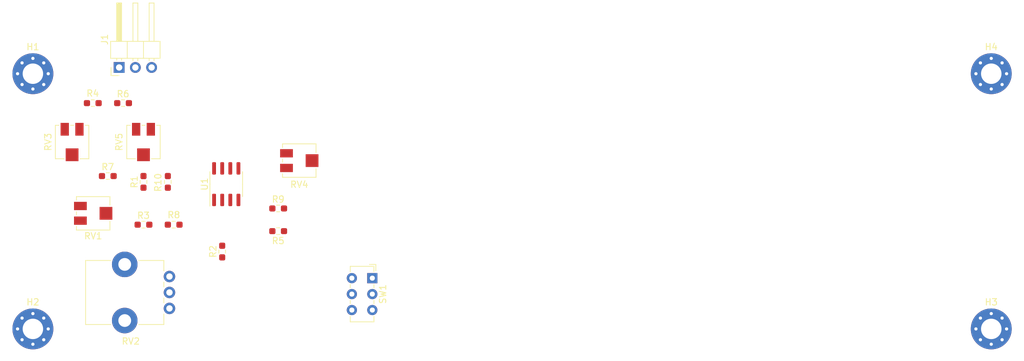
<source format=kicad_pcb>
(kicad_pcb (version 20171130) (host pcbnew 5.1.9)

  (general
    (thickness 1.6)
    (drawings 0)
    (tracks 0)
    (zones 0)
    (modules 22)
    (nets 14)
  )

  (page A4)
  (layers
    (0 F.Cu signal)
    (31 B.Cu signal)
    (32 B.Adhes user)
    (33 F.Adhes user)
    (34 B.Paste user)
    (35 F.Paste user)
    (36 B.SilkS user)
    (37 F.SilkS user)
    (38 B.Mask user)
    (39 F.Mask user)
    (40 Dwgs.User user)
    (41 Cmts.User user)
    (42 Eco1.User user)
    (43 Eco2.User user)
    (44 Edge.Cuts user)
    (45 Margin user)
    (46 B.CrtYd user)
    (47 F.CrtYd user)
    (48 B.Fab user)
    (49 F.Fab user)
  )

  (setup
    (last_trace_width 0.25)
    (trace_clearance 0.2)
    (zone_clearance 0.254)
    (zone_45_only yes)
    (trace_min 0.2)
    (via_size 0.8)
    (via_drill 0.4)
    (via_min_size 0.4)
    (via_min_drill 0.3)
    (uvia_size 0.3)
    (uvia_drill 0.1)
    (uvias_allowed no)
    (uvia_min_size 0.2)
    (uvia_min_drill 0.1)
    (edge_width 0.05)
    (segment_width 0.2)
    (pcb_text_width 0.3)
    (pcb_text_size 1.5 1.5)
    (mod_edge_width 0.12)
    (mod_text_size 1 1)
    (mod_text_width 0.15)
    (pad_size 1.524 1.524)
    (pad_drill 0.762)
    (pad_to_mask_clearance 0)
    (aux_axis_origin 0 0)
    (visible_elements FFFFFF7F)
    (pcbplotparams
      (layerselection 0x010fc_ffffffff)
      (usegerberextensions false)
      (usegerberattributes true)
      (usegerberadvancedattributes true)
      (creategerberjobfile true)
      (excludeedgelayer true)
      (linewidth 0.100000)
      (plotframeref false)
      (viasonmask false)
      (mode 1)
      (useauxorigin false)
      (hpglpennumber 1)
      (hpglpenspeed 20)
      (hpglpendiameter 15.000000)
      (psnegative false)
      (psa4output false)
      (plotreference true)
      (plotvalue true)
      (plotinvisibletext false)
      (padsonsilk false)
      (subtractmaskfromsilk false)
      (outputformat 1)
      (mirror false)
      (drillshape 1)
      (scaleselection 1)
      (outputdirectory ""))
  )

  (net 0 "")
  (net 1 -15V)
  (net 2 GND)
  (net 3 +15V)
  (net 4 /DC_OFFSET)
  (net 5 "Net-(R1-Pad1)")
  (net 6 "Net-(R3-Pad1)")
  (net 7 "Net-(R4-Pad2)")
  (net 8 "Net-(R5-Pad1)")
  (net 9 "Net-(R7-Pad1)")
  (net 10 "Net-(R8-Pad1)")
  (net 11 "Net-(R9-Pad2)")
  (net 12 "Net-(R10-Pad2)")
  (net 13 "Net-(R2-Pad1)")

  (net_class Default "This is the default net class."
    (clearance 0.2)
    (trace_width 0.25)
    (via_dia 0.8)
    (via_drill 0.4)
    (uvia_dia 0.3)
    (uvia_drill 0.1)
    (add_net /DC_OFFSET)
    (add_net GND)
    (add_net "Net-(R1-Pad1)")
    (add_net "Net-(R10-Pad2)")
    (add_net "Net-(R2-Pad1)")
    (add_net "Net-(R3-Pad1)")
    (add_net "Net-(R4-Pad2)")
    (add_net "Net-(R5-Pad1)")
    (add_net "Net-(R7-Pad1)")
    (add_net "Net-(R8-Pad1)")
    (add_net "Net-(R9-Pad2)")
  )

  (net_class PWR ""
    (clearance 0.381)
    (trace_width 0.508)
    (via_dia 0.762)
    (via_drill 0.508)
    (uvia_dia 0.508)
    (uvia_drill 0.254)
    (add_net +15V)
    (add_net -15V)
  )

  (module Package_SO:SOIC-8_3.9x4.9mm_P1.27mm (layer F.Cu) (tedit 5D9F72B1) (tstamp 60756735)
    (at 80.264 67.31 90)
    (descr "SOIC, 8 Pin (JEDEC MS-012AA, https://www.analog.com/media/en/package-pcb-resources/package/pkg_pdf/soic_narrow-r/r_8.pdf), generated with kicad-footprint-generator ipc_gullwing_generator.py")
    (tags "SOIC SO")
    (path /60780E9C)
    (attr smd)
    (fp_text reference U1 (at 0 -3.4 90) (layer F.SilkS)
      (effects (font (size 1 1) (thickness 0.15)))
    )
    (fp_text value TL081 (at 0 3.4 90) (layer F.Fab)
      (effects (font (size 1 1) (thickness 0.15)))
    )
    (fp_line (start 3.7 -2.7) (end -3.7 -2.7) (layer F.CrtYd) (width 0.05))
    (fp_line (start 3.7 2.7) (end 3.7 -2.7) (layer F.CrtYd) (width 0.05))
    (fp_line (start -3.7 2.7) (end 3.7 2.7) (layer F.CrtYd) (width 0.05))
    (fp_line (start -3.7 -2.7) (end -3.7 2.7) (layer F.CrtYd) (width 0.05))
    (fp_line (start -1.95 -1.475) (end -0.975 -2.45) (layer F.Fab) (width 0.1))
    (fp_line (start -1.95 2.45) (end -1.95 -1.475) (layer F.Fab) (width 0.1))
    (fp_line (start 1.95 2.45) (end -1.95 2.45) (layer F.Fab) (width 0.1))
    (fp_line (start 1.95 -2.45) (end 1.95 2.45) (layer F.Fab) (width 0.1))
    (fp_line (start -0.975 -2.45) (end 1.95 -2.45) (layer F.Fab) (width 0.1))
    (fp_line (start 0 -2.56) (end -3.45 -2.56) (layer F.SilkS) (width 0.12))
    (fp_line (start 0 -2.56) (end 1.95 -2.56) (layer F.SilkS) (width 0.12))
    (fp_line (start 0 2.56) (end -1.95 2.56) (layer F.SilkS) (width 0.12))
    (fp_line (start 0 2.56) (end 1.95 2.56) (layer F.SilkS) (width 0.12))
    (fp_text user %R (at 0 0 90) (layer F.Fab)
      (effects (font (size 0.98 0.98) (thickness 0.15)))
    )
    (pad 8 smd roundrect (at 2.475 -1.905 90) (size 1.95 0.6) (layers F.Cu F.Paste F.Mask) (roundrect_rratio 0.25))
    (pad 7 smd roundrect (at 2.475 -0.635 90) (size 1.95 0.6) (layers F.Cu F.Paste F.Mask) (roundrect_rratio 0.25)
      (net 3 +15V))
    (pad 6 smd roundrect (at 2.475 0.635 90) (size 1.95 0.6) (layers F.Cu F.Paste F.Mask) (roundrect_rratio 0.25)
      (net 10 "Net-(R8-Pad1)"))
    (pad 5 smd roundrect (at 2.475 1.905 90) (size 1.95 0.6) (layers F.Cu F.Paste F.Mask) (roundrect_rratio 0.25))
    (pad 4 smd roundrect (at -2.475 1.905 90) (size 1.95 0.6) (layers F.Cu F.Paste F.Mask) (roundrect_rratio 0.25)
      (net 1 -15V))
    (pad 3 smd roundrect (at -2.475 0.635 90) (size 1.95 0.6) (layers F.Cu F.Paste F.Mask) (roundrect_rratio 0.25)
      (net 8 "Net-(R5-Pad1)"))
    (pad 2 smd roundrect (at -2.475 -0.635 90) (size 1.95 0.6) (layers F.Cu F.Paste F.Mask) (roundrect_rratio 0.25)
      (net 4 /DC_OFFSET))
    (pad 1 smd roundrect (at -2.475 -1.905 90) (size 1.95 0.6) (layers F.Cu F.Paste F.Mask) (roundrect_rratio 0.25))
    (model ${KISYS3DMOD}/Package_SO.3dshapes/SOIC-8_3.9x4.9mm_P1.27mm.wrl
      (at (xyz 0 0 0))
      (scale (xyz 1 1 1))
      (rotate (xyz 0 0 0))
    )
  )

  (module Button_Switch_THT:SW_E-Switch_EG1271_DPDT (layer F.Cu) (tedit 5BB336EF) (tstamp 6075B8FE)
    (at 103.124 82.042 270)
    (descr "E-Switch sub miniature slide switch, EG series, DPDT, http://spec_sheets.e-switch.com/specs/P040047.pdf")
    (tags "switch DPDT")
    (path /6078B540)
    (fp_text reference SW1 (at 2.5 -1.65 90) (layer F.SilkS)
      (effects (font (size 1 1) (thickness 0.15)))
    )
    (fp_text value SW_SPDT (at 2.5 5 90) (layer F.Fab)
      (effects (font (size 1 1) (thickness 0.15)))
    )
    (fp_line (start -2 4.25) (end -2 -1.05) (layer F.CrtYd) (width 0.05))
    (fp_line (start 7 4.25) (end -2 4.25) (layer F.CrtYd) (width 0.05))
    (fp_line (start 7 -1.05) (end 7 4.25) (layer F.CrtYd) (width 0.05))
    (fp_line (start -2 -1.05) (end 7 -1.05) (layer F.CrtYd) (width 0.05))
    (fp_line (start -2.15 -0.55) (end -1.15 -0.55) (layer F.SilkS) (width 0.12))
    (fp_line (start -2.15 0.45) (end -2.15 -0.55) (layer F.SilkS) (width 0.12))
    (fp_line (start -1.85 3.45) (end -1.85 -0.25) (layer F.SilkS) (width 0.12))
    (fp_line (start -0.97 3.45) (end -1.85 3.45) (layer F.SilkS) (width 0.12))
    (fp_line (start 1.53 3.45) (end 0.97 3.45) (layer F.SilkS) (width 0.12))
    (fp_line (start 4.02 3.45) (end 3.47 3.45) (layer F.SilkS) (width 0.12))
    (fp_line (start 6.85 3.45) (end 5.98 3.45) (layer F.SilkS) (width 0.12))
    (fp_line (start 6.85 -0.25) (end 6.85 3.45) (layer F.SilkS) (width 0.12))
    (fp_line (start 5.97 -0.25) (end 6.85 -0.25) (layer F.SilkS) (width 0.12))
    (fp_line (start 3.47 -0.25) (end 4.03 -0.25) (layer F.SilkS) (width 0.12))
    (fp_line (start 1 -0.25) (end 1.53 -0.25) (layer F.SilkS) (width 0.12))
    (fp_line (start -1.85 -0.25) (end -1 -0.25) (layer F.SilkS) (width 0.12))
    (fp_line (start -1.75 -0.15) (end -1.75 3.35) (layer F.Fab) (width 0.1))
    (fp_line (start 6.75 3.35) (end -1.75 3.35) (layer F.Fab) (width 0.1))
    (fp_line (start 6.75 -0.15) (end 6.75 3.35) (layer F.Fab) (width 0.1))
    (fp_line (start -1.75 -0.15) (end 6.75 -0.15) (layer F.Fab) (width 0.1))
    (fp_line (start 2.15 0.6) (end 2.15 2.6) (layer F.Fab) (width 0.1))
    (fp_line (start 1.8 0.6) (end 1.8 2.6) (layer F.Fab) (width 0.1))
    (fp_line (start 1.45 0.6) (end 1.45 2.6) (layer F.Fab) (width 0.1))
    (fp_line (start 1.1 0.6) (end 1.1 2.6) (layer F.Fab) (width 0.1))
    (fp_line (start 0.75 0.6) (end 0.75 2.6) (layer F.Fab) (width 0.1))
    (fp_line (start 2.5 0.6) (end 2.5 2.6) (layer F.Fab) (width 0.1))
    (fp_line (start 0.4 0.6) (end 0.4 2.6) (layer F.Fab) (width 0.1))
    (fp_line (start 4.6 2.6) (end 0.4 2.6) (layer F.Fab) (width 0.1))
    (fp_line (start 4.6 0.6) (end 4.6 2.6) (layer F.Fab) (width 0.1))
    (fp_line (start 0.4 0.6) (end 4.6 0.6) (layer F.Fab) (width 0.1))
    (fp_text user %R (at 2.5 -1.65 90) (layer F.Fab)
      (effects (font (size 1 1) (thickness 0.15)))
    )
    (pad 6 thru_hole circle (at 5 3.2 270) (size 1.6 1.6) (drill 0.8) (layers *.Cu *.Mask))
    (pad 5 thru_hole circle (at 2.5 3.2 270) (size 1.6 1.6) (drill 0.8) (layers *.Cu *.Mask))
    (pad 4 thru_hole circle (at 0 3.2 270) (size 1.6 1.6) (drill 0.8) (layers *.Cu *.Mask))
    (pad 3 thru_hole circle (at 5 0 270) (size 1.6 1.6) (drill 0.8) (layers *.Cu *.Mask))
    (pad 2 thru_hole circle (at 2.5 0 270) (size 1.6 1.6) (drill 0.8) (layers *.Cu *.Mask)
      (net 13 "Net-(R2-Pad1)"))
    (pad 1 thru_hole rect (at 0 0 270) (size 1.6 1.6) (drill 0.8) (layers *.Cu *.Mask))
    (model ${KISYS3DMOD}/Button_Switch_THT.3dshapes/SW_E-Switch_EG1271_DPDT.wrl
      (at (xyz 0 0 0))
      (scale (xyz 1 1 1))
      (rotate (xyz 0 0 0))
    )
  )

  (module Potentiometer_SMD:Potentiometer_Vishay_TS53YJ_Vertical (layer F.Cu) (tedit 5A3D7171) (tstamp 607575F8)
    (at 67.31 60.706 90)
    (descr "Potentiometer, vertical, Vishay TS53YJ, https://www.vishay.com/docs/51008/ts53.pdf")
    (tags "Potentiometer vertical Vishay TS53YJ")
    (path /6075C8F6)
    (attr smd)
    (fp_text reference RV5 (at 0 -3.81 90) (layer F.SilkS)
      (effects (font (size 1 1) (thickness 0.15)))
    )
    (fp_text value 100k (at 0 3.75 90) (layer F.Fab)
      (effects (font (size 1 1) (thickness 0.15)))
    )
    (fp_circle (center 0 0) (end 1.15 0) (layer F.Fab) (width 0.1))
    (fp_line (start -2.5 -2.5) (end -2.5 2.5) (layer F.Fab) (width 0.1))
    (fp_line (start -2.5 2.5) (end 2.5 2.5) (layer F.Fab) (width 0.1))
    (fp_line (start 2.5 2.5) (end 2.5 -2.5) (layer F.Fab) (width 0.1))
    (fp_line (start 2.5 -2.5) (end -2.5 -2.5) (layer F.Fab) (width 0.1))
    (fp_line (start -0.92 -0.058) (end -0.058 -0.058) (layer F.Fab) (width 0.1))
    (fp_line (start -0.058 -0.058) (end -0.058 -0.92) (layer F.Fab) (width 0.1))
    (fp_line (start -0.058 -0.92) (end 0.058 -0.92) (layer F.Fab) (width 0.1))
    (fp_line (start 0.058 -0.92) (end 0.058 -0.058) (layer F.Fab) (width 0.1))
    (fp_line (start 0.058 -0.058) (end 0.92 -0.058) (layer F.Fab) (width 0.1))
    (fp_line (start 0.92 -0.058) (end 0.92 0.058) (layer F.Fab) (width 0.1))
    (fp_line (start 0.92 0.058) (end 0.058 0.058) (layer F.Fab) (width 0.1))
    (fp_line (start 0.058 0.058) (end 0.058 0.92) (layer F.Fab) (width 0.1))
    (fp_line (start 0.058 0.92) (end -0.058 0.92) (layer F.Fab) (width 0.1))
    (fp_line (start -0.058 0.92) (end -0.058 0.058) (layer F.Fab) (width 0.1))
    (fp_line (start -0.058 0.058) (end -0.92 0.058) (layer F.Fab) (width 0.1))
    (fp_line (start -0.92 0.058) (end -0.92 -0.058) (layer F.Fab) (width 0.1))
    (fp_line (start -2.62 -2.62) (end 2.62 -2.62) (layer F.SilkS) (width 0.12))
    (fp_line (start -2.62 2.62) (end 2.62 2.62) (layer F.SilkS) (width 0.12))
    (fp_line (start -2.62 -2.62) (end -2.62 -1.24) (layer F.SilkS) (width 0.12))
    (fp_line (start -2.62 1.24) (end -2.62 2.62) (layer F.SilkS) (width 0.12))
    (fp_line (start 2.62 -2.62) (end 2.62 -2.039) (layer F.SilkS) (width 0.12))
    (fp_line (start 2.62 -0.26) (end 2.62 0.26) (layer F.SilkS) (width 0.12))
    (fp_line (start 2.62 2.04) (end 2.62 2.62) (layer F.SilkS) (width 0.12))
    (fp_line (start -3.25 -2.75) (end -3.25 2.75) (layer F.CrtYd) (width 0.05))
    (fp_line (start -3.25 2.75) (end 3.25 2.75) (layer F.CrtYd) (width 0.05))
    (fp_line (start 3.25 2.75) (end 3.25 -2.75) (layer F.CrtYd) (width 0.05))
    (fp_line (start 3.25 -2.75) (end -3.25 -2.75) (layer F.CrtYd) (width 0.05))
    (fp_text user %R (at 0 -2 90) (layer F.Fab)
      (effects (font (size 0.68 0.68) (thickness 0.15)))
    )
    (pad 3 smd rect (at 2 1.15 90) (size 2 1.3) (layers F.Cu F.Paste F.Mask)
      (net 3 +15V))
    (pad 2 smd rect (at -2 0 90) (size 2 2) (layers F.Cu F.Paste F.Mask)
      (net 12 "Net-(R10-Pad2)"))
    (pad 1 smd rect (at 2 -1.15 90) (size 2 1.3) (layers F.Cu F.Paste F.Mask)
      (net 2 GND))
    (model ${KISYS3DMOD}/Potentiometer_SMD.3dshapes/Potentiometer_Vishay_TS53YJ_Vertical.wrl
      (at (xyz 0 0 0))
      (scale (xyz 1 1 1))
      (rotate (xyz 0 0 0))
    )
  )

  (module Potentiometer_SMD:Potentiometer_Vishay_TS53YJ_Vertical (layer F.Cu) (tedit 5A3D7171) (tstamp 60758871)
    (at 56.134 60.706 90)
    (descr "Potentiometer, vertical, Vishay TS53YJ, https://www.vishay.com/docs/51008/ts53.pdf")
    (tags "Potentiometer vertical Vishay TS53YJ")
    (path /6075A079)
    (attr smd)
    (fp_text reference RV3 (at 0 -3.75 90) (layer F.SilkS)
      (effects (font (size 1 1) (thickness 0.15)))
    )
    (fp_text value 100k (at 0 3.75 90) (layer F.Fab)
      (effects (font (size 1 1) (thickness 0.15)))
    )
    (fp_circle (center 0 0) (end 1.15 0) (layer F.Fab) (width 0.1))
    (fp_line (start -2.5 -2.5) (end -2.5 2.5) (layer F.Fab) (width 0.1))
    (fp_line (start -2.5 2.5) (end 2.5 2.5) (layer F.Fab) (width 0.1))
    (fp_line (start 2.5 2.5) (end 2.5 -2.5) (layer F.Fab) (width 0.1))
    (fp_line (start 2.5 -2.5) (end -2.5 -2.5) (layer F.Fab) (width 0.1))
    (fp_line (start -0.92 -0.058) (end -0.058 -0.058) (layer F.Fab) (width 0.1))
    (fp_line (start -0.058 -0.058) (end -0.058 -0.92) (layer F.Fab) (width 0.1))
    (fp_line (start -0.058 -0.92) (end 0.058 -0.92) (layer F.Fab) (width 0.1))
    (fp_line (start 0.058 -0.92) (end 0.058 -0.058) (layer F.Fab) (width 0.1))
    (fp_line (start 0.058 -0.058) (end 0.92 -0.058) (layer F.Fab) (width 0.1))
    (fp_line (start 0.92 -0.058) (end 0.92 0.058) (layer F.Fab) (width 0.1))
    (fp_line (start 0.92 0.058) (end 0.058 0.058) (layer F.Fab) (width 0.1))
    (fp_line (start 0.058 0.058) (end 0.058 0.92) (layer F.Fab) (width 0.1))
    (fp_line (start 0.058 0.92) (end -0.058 0.92) (layer F.Fab) (width 0.1))
    (fp_line (start -0.058 0.92) (end -0.058 0.058) (layer F.Fab) (width 0.1))
    (fp_line (start -0.058 0.058) (end -0.92 0.058) (layer F.Fab) (width 0.1))
    (fp_line (start -0.92 0.058) (end -0.92 -0.058) (layer F.Fab) (width 0.1))
    (fp_line (start -2.62 -2.62) (end 2.62 -2.62) (layer F.SilkS) (width 0.12))
    (fp_line (start -2.62 2.62) (end 2.62 2.62) (layer F.SilkS) (width 0.12))
    (fp_line (start -2.62 -2.62) (end -2.62 -1.24) (layer F.SilkS) (width 0.12))
    (fp_line (start -2.62 1.24) (end -2.62 2.62) (layer F.SilkS) (width 0.12))
    (fp_line (start 2.62 -2.62) (end 2.62 -2.039) (layer F.SilkS) (width 0.12))
    (fp_line (start 2.62 -0.26) (end 2.62 0.26) (layer F.SilkS) (width 0.12))
    (fp_line (start 2.62 2.04) (end 2.62 2.62) (layer F.SilkS) (width 0.12))
    (fp_line (start -3.25 -2.75) (end -3.25 2.75) (layer F.CrtYd) (width 0.05))
    (fp_line (start -3.25 2.75) (end 3.25 2.75) (layer F.CrtYd) (width 0.05))
    (fp_line (start 3.25 2.75) (end 3.25 -2.75) (layer F.CrtYd) (width 0.05))
    (fp_line (start 3.25 -2.75) (end -3.25 -2.75) (layer F.CrtYd) (width 0.05))
    (fp_text user %R (at 0 -2 90) (layer F.Fab)
      (effects (font (size 0.68 0.68) (thickness 0.15)))
    )
    (pad 3 smd rect (at 2 1.15 90) (size 2 1.3) (layers F.Cu F.Paste F.Mask)
      (net 2 GND))
    (pad 2 smd rect (at -2 0 90) (size 2 2) (layers F.Cu F.Paste F.Mask)
      (net 9 "Net-(R7-Pad1)"))
    (pad 1 smd rect (at 2 -1.15 90) (size 2 1.3) (layers F.Cu F.Paste F.Mask)
      (net 7 "Net-(R4-Pad2)"))
    (model ${KISYS3DMOD}/Potentiometer_SMD.3dshapes/Potentiometer_Vishay_TS53YJ_Vertical.wrl
      (at (xyz 0 0 0))
      (scale (xyz 1 1 1))
      (rotate (xyz 0 0 0))
    )
  )

  (module Potentiometer_SMD:Potentiometer_Vishay_TS53YJ_Vertical (layer F.Cu) (tedit 5A3D7171) (tstamp 607575DC)
    (at 91.694 63.62 180)
    (descr "Potentiometer, vertical, Vishay TS53YJ, https://www.vishay.com/docs/51008/ts53.pdf")
    (tags "Potentiometer vertical Vishay TS53YJ")
    (path /6079A243)
    (attr smd)
    (fp_text reference RV4 (at 0 -3.75) (layer F.SilkS)
      (effects (font (size 1 1) (thickness 0.15)))
    )
    (fp_text value 200 (at 0 3.75) (layer F.Fab)
      (effects (font (size 1 1) (thickness 0.15)))
    )
    (fp_circle (center 0 0) (end 1.15 0) (layer F.Fab) (width 0.1))
    (fp_line (start -2.5 -2.5) (end -2.5 2.5) (layer F.Fab) (width 0.1))
    (fp_line (start -2.5 2.5) (end 2.5 2.5) (layer F.Fab) (width 0.1))
    (fp_line (start 2.5 2.5) (end 2.5 -2.5) (layer F.Fab) (width 0.1))
    (fp_line (start 2.5 -2.5) (end -2.5 -2.5) (layer F.Fab) (width 0.1))
    (fp_line (start -0.92 -0.058) (end -0.058 -0.058) (layer F.Fab) (width 0.1))
    (fp_line (start -0.058 -0.058) (end -0.058 -0.92) (layer F.Fab) (width 0.1))
    (fp_line (start -0.058 -0.92) (end 0.058 -0.92) (layer F.Fab) (width 0.1))
    (fp_line (start 0.058 -0.92) (end 0.058 -0.058) (layer F.Fab) (width 0.1))
    (fp_line (start 0.058 -0.058) (end 0.92 -0.058) (layer F.Fab) (width 0.1))
    (fp_line (start 0.92 -0.058) (end 0.92 0.058) (layer F.Fab) (width 0.1))
    (fp_line (start 0.92 0.058) (end 0.058 0.058) (layer F.Fab) (width 0.1))
    (fp_line (start 0.058 0.058) (end 0.058 0.92) (layer F.Fab) (width 0.1))
    (fp_line (start 0.058 0.92) (end -0.058 0.92) (layer F.Fab) (width 0.1))
    (fp_line (start -0.058 0.92) (end -0.058 0.058) (layer F.Fab) (width 0.1))
    (fp_line (start -0.058 0.058) (end -0.92 0.058) (layer F.Fab) (width 0.1))
    (fp_line (start -0.92 0.058) (end -0.92 -0.058) (layer F.Fab) (width 0.1))
    (fp_line (start -2.62 -2.62) (end 2.62 -2.62) (layer F.SilkS) (width 0.12))
    (fp_line (start -2.62 2.62) (end 2.62 2.62) (layer F.SilkS) (width 0.12))
    (fp_line (start -2.62 -2.62) (end -2.62 -1.24) (layer F.SilkS) (width 0.12))
    (fp_line (start -2.62 1.24) (end -2.62 2.62) (layer F.SilkS) (width 0.12))
    (fp_line (start 2.62 -2.62) (end 2.62 -2.039) (layer F.SilkS) (width 0.12))
    (fp_line (start 2.62 -0.26) (end 2.62 0.26) (layer F.SilkS) (width 0.12))
    (fp_line (start 2.62 2.04) (end 2.62 2.62) (layer F.SilkS) (width 0.12))
    (fp_line (start -3.25 -2.75) (end -3.25 2.75) (layer F.CrtYd) (width 0.05))
    (fp_line (start -3.25 2.75) (end 3.25 2.75) (layer F.CrtYd) (width 0.05))
    (fp_line (start 3.25 2.75) (end 3.25 -2.75) (layer F.CrtYd) (width 0.05))
    (fp_line (start 3.25 -2.75) (end -3.25 -2.75) (layer F.CrtYd) (width 0.05))
    (fp_text user %R (at 0 -2) (layer F.Fab)
      (effects (font (size 0.68 0.68) (thickness 0.15)))
    )
    (pad 3 smd rect (at 2 1.15 180) (size 2 1.3) (layers F.Cu F.Paste F.Mask)
      (net 11 "Net-(R9-Pad2)"))
    (pad 2 smd rect (at -2 0 180) (size 2 2) (layers F.Cu F.Paste F.Mask))
    (pad 1 smd rect (at 2 -1.15 180) (size 2 1.3) (layers F.Cu F.Paste F.Mask)
      (net 10 "Net-(R8-Pad1)"))
    (model ${KISYS3DMOD}/Potentiometer_SMD.3dshapes/Potentiometer_Vishay_TS53YJ_Vertical.wrl
      (at (xyz 0 0 0))
      (scale (xyz 1 1 1))
      (rotate (xyz 0 0 0))
    )
  )

  (module Potentiometer_THT:Potentiometer_Alps_RK09K_Single_Vertical (layer F.Cu) (tedit 5A3D4993) (tstamp 6075759C)
    (at 71.374 81.788 180)
    (descr "Potentiometer, vertical, Alps RK09K Single, http://www.alps.com/prod/info/E/HTML/Potentiometer/RotaryPotentiometers/RK09K/RK09K_list.html")
    (tags "Potentiometer vertical Alps RK09K Single")
    (path /6078D2F9)
    (fp_text reference RV2 (at 6.05 -10.15) (layer F.SilkS)
      (effects (font (size 1 1) (thickness 0.15)))
    )
    (fp_text value 100k (at 6.05 5.15) (layer F.Fab)
      (effects (font (size 1 1) (thickness 0.15)))
    )
    (fp_circle (center 7.5 -2.5) (end 10.5 -2.5) (layer F.Fab) (width 0.1))
    (fp_line (start 1 -7.4) (end 1 2.4) (layer F.Fab) (width 0.1))
    (fp_line (start 1 2.4) (end 13 2.4) (layer F.Fab) (width 0.1))
    (fp_line (start 13 2.4) (end 13 -7.4) (layer F.Fab) (width 0.1))
    (fp_line (start 13 -7.4) (end 1 -7.4) (layer F.Fab) (width 0.1))
    (fp_line (start 0.88 -7.521) (end 4.817 -7.521) (layer F.SilkS) (width 0.12))
    (fp_line (start 9.184 -7.521) (end 13.12 -7.521) (layer F.SilkS) (width 0.12))
    (fp_line (start 0.88 2.52) (end 4.817 2.52) (layer F.SilkS) (width 0.12))
    (fp_line (start 9.184 2.52) (end 13.12 2.52) (layer F.SilkS) (width 0.12))
    (fp_line (start 0.88 -7.521) (end 0.88 -5.871) (layer F.SilkS) (width 0.12))
    (fp_line (start 0.88 -4.129) (end 0.88 -3.37) (layer F.SilkS) (width 0.12))
    (fp_line (start 0.88 -1.629) (end 0.88 -0.87) (layer F.SilkS) (width 0.12))
    (fp_line (start 0.88 0.87) (end 0.88 2.52) (layer F.SilkS) (width 0.12))
    (fp_line (start 13.12 -7.521) (end 13.12 2.52) (layer F.SilkS) (width 0.12))
    (fp_line (start -1.15 -9.15) (end -1.15 4.15) (layer F.CrtYd) (width 0.05))
    (fp_line (start -1.15 4.15) (end 13.25 4.15) (layer F.CrtYd) (width 0.05))
    (fp_line (start 13.25 4.15) (end 13.25 -9.15) (layer F.CrtYd) (width 0.05))
    (fp_line (start 13.25 -9.15) (end -1.15 -9.15) (layer F.CrtYd) (width 0.05))
    (fp_text user %R (at 2 -2.5 90) (layer F.Fab)
      (effects (font (size 1 1) (thickness 0.15)))
    )
    (pad "" np_thru_hole circle (at 7 1.9 180) (size 4 4) (drill 2) (layers *.Cu *.Mask))
    (pad "" np_thru_hole circle (at 7 -6.9 180) (size 4 4) (drill 2) (layers *.Cu *.Mask))
    (pad 1 thru_hole circle (at 0 0 180) (size 1.8 1.8) (drill 1) (layers *.Cu *.Mask))
    (pad 2 thru_hole circle (at 0 -2.5 180) (size 1.8 1.8) (drill 1) (layers *.Cu *.Mask)
      (net 6 "Net-(R3-Pad1)"))
    (pad 3 thru_hole circle (at 0 -5 180) (size 1.8 1.8) (drill 1) (layers *.Cu *.Mask)
      (net 2 GND))
    (model ${KISYS3DMOD}/Potentiometer_THT.3dshapes/Potentiometer_Alps_RK09K_Single_Vertical.wrl
      (at (xyz 0 0 0))
      (scale (xyz 1 1 1))
      (rotate (xyz 0 0 0))
    )
  )

  (module Potentiometer_SMD:Potentiometer_Vishay_TS53YJ_Vertical (layer F.Cu) (tedit 5A3D7171) (tstamp 60757580)
    (at 59.436 71.882 180)
    (descr "Potentiometer, vertical, Vishay TS53YJ, https://www.vishay.com/docs/51008/ts53.pdf")
    (tags "Potentiometer vertical Vishay TS53YJ")
    (path /6077B96C)
    (attr smd)
    (fp_text reference RV1 (at 0 -3.556) (layer F.SilkS)
      (effects (font (size 1 1) (thickness 0.15)))
    )
    (fp_text value 100k (at 0 3.556) (layer F.Fab)
      (effects (font (size 1 1) (thickness 0.15)))
    )
    (fp_circle (center 0 0) (end 1.15 0) (layer F.Fab) (width 0.1))
    (fp_line (start -2.5 -2.5) (end -2.5 2.5) (layer F.Fab) (width 0.1))
    (fp_line (start -2.5 2.5) (end 2.5 2.5) (layer F.Fab) (width 0.1))
    (fp_line (start 2.5 2.5) (end 2.5 -2.5) (layer F.Fab) (width 0.1))
    (fp_line (start 2.5 -2.5) (end -2.5 -2.5) (layer F.Fab) (width 0.1))
    (fp_line (start -0.92 -0.058) (end -0.058 -0.058) (layer F.Fab) (width 0.1))
    (fp_line (start -0.058 -0.058) (end -0.058 -0.92) (layer F.Fab) (width 0.1))
    (fp_line (start -0.058 -0.92) (end 0.058 -0.92) (layer F.Fab) (width 0.1))
    (fp_line (start 0.058 -0.92) (end 0.058 -0.058) (layer F.Fab) (width 0.1))
    (fp_line (start 0.058 -0.058) (end 0.92 -0.058) (layer F.Fab) (width 0.1))
    (fp_line (start 0.92 -0.058) (end 0.92 0.058) (layer F.Fab) (width 0.1))
    (fp_line (start 0.92 0.058) (end 0.058 0.058) (layer F.Fab) (width 0.1))
    (fp_line (start 0.058 0.058) (end 0.058 0.92) (layer F.Fab) (width 0.1))
    (fp_line (start 0.058 0.92) (end -0.058 0.92) (layer F.Fab) (width 0.1))
    (fp_line (start -0.058 0.92) (end -0.058 0.058) (layer F.Fab) (width 0.1))
    (fp_line (start -0.058 0.058) (end -0.92 0.058) (layer F.Fab) (width 0.1))
    (fp_line (start -0.92 0.058) (end -0.92 -0.058) (layer F.Fab) (width 0.1))
    (fp_line (start -2.62 -2.62) (end 2.62 -2.62) (layer F.SilkS) (width 0.12))
    (fp_line (start -2.62 2.62) (end 2.62 2.62) (layer F.SilkS) (width 0.12))
    (fp_line (start -2.62 -2.62) (end -2.62 -1.24) (layer F.SilkS) (width 0.12))
    (fp_line (start -2.62 1.24) (end -2.62 2.62) (layer F.SilkS) (width 0.12))
    (fp_line (start 2.62 -2.62) (end 2.62 -2.039) (layer F.SilkS) (width 0.12))
    (fp_line (start 2.62 -0.26) (end 2.62 0.26) (layer F.SilkS) (width 0.12))
    (fp_line (start 2.62 2.04) (end 2.62 2.62) (layer F.SilkS) (width 0.12))
    (fp_line (start -3.25 -2.75) (end -3.25 2.75) (layer F.CrtYd) (width 0.05))
    (fp_line (start -3.25 2.75) (end 3.25 2.75) (layer F.CrtYd) (width 0.05))
    (fp_line (start 3.25 2.75) (end 3.25 -2.75) (layer F.CrtYd) (width 0.05))
    (fp_line (start 3.25 -2.75) (end -3.25 -2.75) (layer F.CrtYd) (width 0.05))
    (fp_text user %R (at 0 -2) (layer F.Fab)
      (effects (font (size 0.68 0.68) (thickness 0.15)))
    )
    (pad 3 smd rect (at 2 1.15 180) (size 2 1.3) (layers F.Cu F.Paste F.Mask)
      (net 2 GND))
    (pad 2 smd rect (at -2 0 180) (size 2 2) (layers F.Cu F.Paste F.Mask)
      (net 5 "Net-(R1-Pad1)"))
    (pad 1 smd rect (at 2 -1.15 180) (size 2 1.3) (layers F.Cu F.Paste F.Mask)
      (net 1 -15V))
    (model ${KISYS3DMOD}/Potentiometer_SMD.3dshapes/Potentiometer_Vishay_TS53YJ_Vertical.wrl
      (at (xyz 0 0 0))
      (scale (xyz 1 1 1))
      (rotate (xyz 0 0 0))
    )
  )

  (module Resistor_SMD:R_0603_1608Metric_Pad0.98x0.95mm_HandSolder (layer F.Cu) (tedit 5F68FEEE) (tstamp 6075611A)
    (at 71.12 66.9525 90)
    (descr "Resistor SMD 0603 (1608 Metric), square (rectangular) end terminal, IPC_7351 nominal with elongated pad for handsoldering. (Body size source: IPC-SM-782 page 72, https://www.pcb-3d.com/wordpress/wp-content/uploads/ipc-sm-782a_amendment_1_and_2.pdf), generated with kicad-footprint-generator")
    (tags "resistor handsolder")
    (path /6077D68B)
    (attr smd)
    (fp_text reference R10 (at -0.1035 -1.524 90) (layer F.SilkS)
      (effects (font (size 1 1) (thickness 0.15)))
    )
    (fp_text value 150k (at 0 1.524 90) (layer F.Fab)
      (effects (font (size 1 1) (thickness 0.15)))
    )
    (fp_line (start -0.8 0.4125) (end -0.8 -0.4125) (layer F.Fab) (width 0.1))
    (fp_line (start -0.8 -0.4125) (end 0.8 -0.4125) (layer F.Fab) (width 0.1))
    (fp_line (start 0.8 -0.4125) (end 0.8 0.4125) (layer F.Fab) (width 0.1))
    (fp_line (start 0.8 0.4125) (end -0.8 0.4125) (layer F.Fab) (width 0.1))
    (fp_line (start -0.254724 -0.5225) (end 0.254724 -0.5225) (layer F.SilkS) (width 0.12))
    (fp_line (start -0.254724 0.5225) (end 0.254724 0.5225) (layer F.SilkS) (width 0.12))
    (fp_line (start -1.65 0.73) (end -1.65 -0.73) (layer F.CrtYd) (width 0.05))
    (fp_line (start -1.65 -0.73) (end 1.65 -0.73) (layer F.CrtYd) (width 0.05))
    (fp_line (start 1.65 -0.73) (end 1.65 0.73) (layer F.CrtYd) (width 0.05))
    (fp_line (start 1.65 0.73) (end -1.65 0.73) (layer F.CrtYd) (width 0.05))
    (fp_text user %R (at 0 0 90) (layer F.Fab)
      (effects (font (size 0.4 0.4) (thickness 0.06)))
    )
    (pad 2 smd roundrect (at 0.9125 0 90) (size 0.975 0.95) (layers F.Cu F.Paste F.Mask) (roundrect_rratio 0.25)
      (net 12 "Net-(R10-Pad2)"))
    (pad 1 smd roundrect (at -0.9125 0 90) (size 0.975 0.95) (layers F.Cu F.Paste F.Mask) (roundrect_rratio 0.25)
      (net 4 /DC_OFFSET))
    (model ${KISYS3DMOD}/Resistor_SMD.3dshapes/R_0603_1608Metric.wrl
      (at (xyz 0 0 0))
      (scale (xyz 1 1 1))
      (rotate (xyz 0 0 0))
    )
  )

  (module Resistor_SMD:R_0603_1608Metric_Pad0.98x0.95mm_HandSolder (layer F.Cu) (tedit 5F68FEEE) (tstamp 60756109)
    (at 88.392 71.12)
    (descr "Resistor SMD 0603 (1608 Metric), square (rectangular) end terminal, IPC_7351 nominal with elongated pad for handsoldering. (Body size source: IPC-SM-782 page 72, https://www.pcb-3d.com/wordpress/wp-content/uploads/ipc-sm-782a_amendment_1_and_2.pdf), generated with kicad-footprint-generator")
    (tags "resistor handsolder")
    (path /6079E2A5)
    (attr smd)
    (fp_text reference R9 (at 0 -1.43) (layer F.SilkS)
      (effects (font (size 1 1) (thickness 0.15)))
    )
    (fp_text value 750 (at 0 1.43) (layer F.Fab)
      (effects (font (size 1 1) (thickness 0.15)))
    )
    (fp_line (start -0.8 0.4125) (end -0.8 -0.4125) (layer F.Fab) (width 0.1))
    (fp_line (start -0.8 -0.4125) (end 0.8 -0.4125) (layer F.Fab) (width 0.1))
    (fp_line (start 0.8 -0.4125) (end 0.8 0.4125) (layer F.Fab) (width 0.1))
    (fp_line (start 0.8 0.4125) (end -0.8 0.4125) (layer F.Fab) (width 0.1))
    (fp_line (start -0.254724 -0.5225) (end 0.254724 -0.5225) (layer F.SilkS) (width 0.12))
    (fp_line (start -0.254724 0.5225) (end 0.254724 0.5225) (layer F.SilkS) (width 0.12))
    (fp_line (start -1.65 0.73) (end -1.65 -0.73) (layer F.CrtYd) (width 0.05))
    (fp_line (start -1.65 -0.73) (end 1.65 -0.73) (layer F.CrtYd) (width 0.05))
    (fp_line (start 1.65 -0.73) (end 1.65 0.73) (layer F.CrtYd) (width 0.05))
    (fp_line (start 1.65 0.73) (end -1.65 0.73) (layer F.CrtYd) (width 0.05))
    (fp_text user %R (at 0 0) (layer F.Fab)
      (effects (font (size 0.4 0.4) (thickness 0.06)))
    )
    (pad 2 smd roundrect (at 0.9125 0) (size 0.975 0.95) (layers F.Cu F.Paste F.Mask) (roundrect_rratio 0.25)
      (net 11 "Net-(R9-Pad2)"))
    (pad 1 smd roundrect (at -0.9125 0) (size 0.975 0.95) (layers F.Cu F.Paste F.Mask) (roundrect_rratio 0.25)
      (net 2 GND))
    (model ${KISYS3DMOD}/Resistor_SMD.3dshapes/R_0603_1608Metric.wrl
      (at (xyz 0 0 0))
      (scale (xyz 1 1 1))
      (rotate (xyz 0 0 0))
    )
  )

  (module Resistor_SMD:R_0603_1608Metric_Pad0.98x0.95mm_HandSolder (layer F.Cu) (tedit 5F68FEEE) (tstamp 607560F8)
    (at 72.0325 73.66 180)
    (descr "Resistor SMD 0603 (1608 Metric), square (rectangular) end terminal, IPC_7351 nominal with elongated pad for handsoldering. (Body size source: IPC-SM-782 page 72, https://www.pcb-3d.com/wordpress/wp-content/uploads/ipc-sm-782a_amendment_1_and_2.pdf), generated with kicad-footprint-generator")
    (tags "resistor handsolder")
    (path /60798419)
    (attr smd)
    (fp_text reference R8 (at -0.0235 1.524) (layer F.SilkS)
      (effects (font (size 1 1) (thickness 0.15)))
    )
    (fp_text value 2k37 (at -0.1505 -1.524) (layer F.Fab)
      (effects (font (size 1 1) (thickness 0.15)))
    )
    (fp_line (start -0.8 0.4125) (end -0.8 -0.4125) (layer F.Fab) (width 0.1))
    (fp_line (start -0.8 -0.4125) (end 0.8 -0.4125) (layer F.Fab) (width 0.1))
    (fp_line (start 0.8 -0.4125) (end 0.8 0.4125) (layer F.Fab) (width 0.1))
    (fp_line (start 0.8 0.4125) (end -0.8 0.4125) (layer F.Fab) (width 0.1))
    (fp_line (start -0.254724 -0.5225) (end 0.254724 -0.5225) (layer F.SilkS) (width 0.12))
    (fp_line (start -0.254724 0.5225) (end 0.254724 0.5225) (layer F.SilkS) (width 0.12))
    (fp_line (start -1.65 0.73) (end -1.65 -0.73) (layer F.CrtYd) (width 0.05))
    (fp_line (start -1.65 -0.73) (end 1.65 -0.73) (layer F.CrtYd) (width 0.05))
    (fp_line (start 1.65 -0.73) (end 1.65 0.73) (layer F.CrtYd) (width 0.05))
    (fp_line (start 1.65 0.73) (end -1.65 0.73) (layer F.CrtYd) (width 0.05))
    (fp_text user %R (at 0 0) (layer F.Fab)
      (effects (font (size 0.4 0.4) (thickness 0.06)))
    )
    (pad 2 smd roundrect (at 0.9125 0 180) (size 0.975 0.95) (layers F.Cu F.Paste F.Mask) (roundrect_rratio 0.25)
      (net 4 /DC_OFFSET))
    (pad 1 smd roundrect (at -0.9125 0 180) (size 0.975 0.95) (layers F.Cu F.Paste F.Mask) (roundrect_rratio 0.25)
      (net 10 "Net-(R8-Pad1)"))
    (model ${KISYS3DMOD}/Resistor_SMD.3dshapes/R_0603_1608Metric.wrl
      (at (xyz 0 0 0))
      (scale (xyz 1 1 1))
      (rotate (xyz 0 0 0))
    )
  )

  (module Resistor_SMD:R_0603_1608Metric_Pad0.98x0.95mm_HandSolder (layer F.Cu) (tedit 5F68FEEE) (tstamp 60769E06)
    (at 61.722 66.04)
    (descr "Resistor SMD 0603 (1608 Metric), square (rectangular) end terminal, IPC_7351 nominal with elongated pad for handsoldering. (Body size source: IPC-SM-782 page 72, https://www.pcb-3d.com/wordpress/wp-content/uploads/ipc-sm-782a_amendment_1_and_2.pdf), generated with kicad-footprint-generator")
    (tags "resistor handsolder")
    (path /6077D2B4)
    (attr smd)
    (fp_text reference R7 (at 0 -1.43) (layer F.SilkS)
      (effects (font (size 1 1) (thickness 0.15)))
    )
    (fp_text value 100k (at 0 1.43) (layer F.Fab)
      (effects (font (size 1 1) (thickness 0.15)))
    )
    (fp_line (start -0.8 0.4125) (end -0.8 -0.4125) (layer F.Fab) (width 0.1))
    (fp_line (start -0.8 -0.4125) (end 0.8 -0.4125) (layer F.Fab) (width 0.1))
    (fp_line (start 0.8 -0.4125) (end 0.8 0.4125) (layer F.Fab) (width 0.1))
    (fp_line (start 0.8 0.4125) (end -0.8 0.4125) (layer F.Fab) (width 0.1))
    (fp_line (start -0.254724 -0.5225) (end 0.254724 -0.5225) (layer F.SilkS) (width 0.12))
    (fp_line (start -0.254724 0.5225) (end 0.254724 0.5225) (layer F.SilkS) (width 0.12))
    (fp_line (start -1.65 0.73) (end -1.65 -0.73) (layer F.CrtYd) (width 0.05))
    (fp_line (start -1.65 -0.73) (end 1.65 -0.73) (layer F.CrtYd) (width 0.05))
    (fp_line (start 1.65 -0.73) (end 1.65 0.73) (layer F.CrtYd) (width 0.05))
    (fp_line (start 1.65 0.73) (end -1.65 0.73) (layer F.CrtYd) (width 0.05))
    (fp_text user %R (at 0 0) (layer F.Fab)
      (effects (font (size 0.4 0.4) (thickness 0.06)))
    )
    (pad 2 smd roundrect (at 0.9125 0) (size 0.975 0.95) (layers F.Cu F.Paste F.Mask) (roundrect_rratio 0.25)
      (net 4 /DC_OFFSET))
    (pad 1 smd roundrect (at -0.9125 0) (size 0.975 0.95) (layers F.Cu F.Paste F.Mask) (roundrect_rratio 0.25)
      (net 9 "Net-(R7-Pad1)"))
    (model ${KISYS3DMOD}/Resistor_SMD.3dshapes/R_0603_1608Metric.wrl
      (at (xyz 0 0 0))
      (scale (xyz 1 1 1))
      (rotate (xyz 0 0 0))
    )
  )

  (module Resistor_SMD:R_0603_1608Metric_Pad0.98x0.95mm_HandSolder (layer F.Cu) (tedit 5F68FEEE) (tstamp 607560D6)
    (at 64.1115 54.61)
    (descr "Resistor SMD 0603 (1608 Metric), square (rectangular) end terminal, IPC_7351 nominal with elongated pad for handsoldering. (Body size source: IPC-SM-782 page 72, https://www.pcb-3d.com/wordpress/wp-content/uploads/ipc-sm-782a_amendment_1_and_2.pdf), generated with kicad-footprint-generator")
    (tags "resistor handsolder")
    (path /60758EEC)
    (attr smd)
    (fp_text reference R6 (at 0 -1.43) (layer F.SilkS)
      (effects (font (size 1 1) (thickness 0.15)))
    )
    (fp_text value 10k (at 0 1.524) (layer F.Fab)
      (effects (font (size 1 1) (thickness 0.15)))
    )
    (fp_line (start -0.8 0.4125) (end -0.8 -0.4125) (layer F.Fab) (width 0.1))
    (fp_line (start -0.8 -0.4125) (end 0.8 -0.4125) (layer F.Fab) (width 0.1))
    (fp_line (start 0.8 -0.4125) (end 0.8 0.4125) (layer F.Fab) (width 0.1))
    (fp_line (start 0.8 0.4125) (end -0.8 0.4125) (layer F.Fab) (width 0.1))
    (fp_line (start -0.254724 -0.5225) (end 0.254724 -0.5225) (layer F.SilkS) (width 0.12))
    (fp_line (start -0.254724 0.5225) (end 0.254724 0.5225) (layer F.SilkS) (width 0.12))
    (fp_line (start -1.65 0.73) (end -1.65 -0.73) (layer F.CrtYd) (width 0.05))
    (fp_line (start -1.65 -0.73) (end 1.65 -0.73) (layer F.CrtYd) (width 0.05))
    (fp_line (start 1.65 -0.73) (end 1.65 0.73) (layer F.CrtYd) (width 0.05))
    (fp_line (start 1.65 0.73) (end -1.65 0.73) (layer F.CrtYd) (width 0.05))
    (fp_text user %R (at 0 0) (layer F.Fab)
      (effects (font (size 0.4 0.4) (thickness 0.06)))
    )
    (pad 2 smd roundrect (at 0.9125 0) (size 0.975 0.95) (layers F.Cu F.Paste F.Mask) (roundrect_rratio 0.25)
      (net 3 +15V))
    (pad 1 smd roundrect (at -0.9125 0) (size 0.975 0.95) (layers F.Cu F.Paste F.Mask) (roundrect_rratio 0.25)
      (net 7 "Net-(R4-Pad2)"))
    (model ${KISYS3DMOD}/Resistor_SMD.3dshapes/R_0603_1608Metric.wrl
      (at (xyz 0 0 0))
      (scale (xyz 1 1 1))
      (rotate (xyz 0 0 0))
    )
  )

  (module Resistor_SMD:R_0603_1608Metric_Pad0.98x0.95mm_HandSolder (layer F.Cu) (tedit 5F68FEEE) (tstamp 607560C5)
    (at 88.392 74.676)
    (descr "Resistor SMD 0603 (1608 Metric), square (rectangular) end terminal, IPC_7351 nominal with elongated pad for handsoldering. (Body size source: IPC-SM-782 page 72, https://www.pcb-3d.com/wordpress/wp-content/uploads/ipc-sm-782a_amendment_1_and_2.pdf), generated with kicad-footprint-generator")
    (tags "resistor handsolder")
    (path /6079B7E3)
    (attr smd)
    (fp_text reference R5 (at 0 1.524) (layer F.SilkS)
      (effects (font (size 1 1) (thickness 0.15)))
    )
    (fp_text value 1k5 (at 0 -1.524) (layer F.Fab)
      (effects (font (size 1 1) (thickness 0.15)))
    )
    (fp_line (start -0.8 0.4125) (end -0.8 -0.4125) (layer F.Fab) (width 0.1))
    (fp_line (start -0.8 -0.4125) (end 0.8 -0.4125) (layer F.Fab) (width 0.1))
    (fp_line (start 0.8 -0.4125) (end 0.8 0.4125) (layer F.Fab) (width 0.1))
    (fp_line (start 0.8 0.4125) (end -0.8 0.4125) (layer F.Fab) (width 0.1))
    (fp_line (start -0.254724 -0.5225) (end 0.254724 -0.5225) (layer F.SilkS) (width 0.12))
    (fp_line (start -0.254724 0.5225) (end 0.254724 0.5225) (layer F.SilkS) (width 0.12))
    (fp_line (start -1.65 0.73) (end -1.65 -0.73) (layer F.CrtYd) (width 0.05))
    (fp_line (start -1.65 -0.73) (end 1.65 -0.73) (layer F.CrtYd) (width 0.05))
    (fp_line (start 1.65 -0.73) (end 1.65 0.73) (layer F.CrtYd) (width 0.05))
    (fp_line (start 1.65 0.73) (end -1.65 0.73) (layer F.CrtYd) (width 0.05))
    (fp_text user %R (at 0 0) (layer F.Fab)
      (effects (font (size 0.4 0.4) (thickness 0.06)))
    )
    (pad 2 smd roundrect (at 0.9125 0) (size 0.975 0.95) (layers F.Cu F.Paste F.Mask) (roundrect_rratio 0.25)
      (net 2 GND))
    (pad 1 smd roundrect (at -0.9125 0) (size 0.975 0.95) (layers F.Cu F.Paste F.Mask) (roundrect_rratio 0.25)
      (net 8 "Net-(R5-Pad1)"))
    (model ${KISYS3DMOD}/Resistor_SMD.3dshapes/R_0603_1608Metric.wrl
      (at (xyz 0 0 0))
      (scale (xyz 1 1 1))
      (rotate (xyz 0 0 0))
    )
  )

  (module Resistor_SMD:R_0603_1608Metric_Pad0.98x0.95mm_HandSolder (layer F.Cu) (tedit 5F68FEEE) (tstamp 607599BD)
    (at 59.3725 54.61 180)
    (descr "Resistor SMD 0603 (1608 Metric), square (rectangular) end terminal, IPC_7351 nominal with elongated pad for handsoldering. (Body size source: IPC-SM-782 page 72, https://www.pcb-3d.com/wordpress/wp-content/uploads/ipc-sm-782a_amendment_1_and_2.pdf), generated with kicad-footprint-generator")
    (tags "resistor handsolder")
    (path /6077D919)
    (attr smd)
    (fp_text reference R4 (at 0 1.524) (layer F.SilkS)
      (effects (font (size 1 1) (thickness 0.15)))
    )
    (fp_text value 100 (at 0 -1.524) (layer F.Fab)
      (effects (font (size 1 1) (thickness 0.15)))
    )
    (fp_line (start -0.8 0.4125) (end -0.8 -0.4125) (layer F.Fab) (width 0.1))
    (fp_line (start -0.8 -0.4125) (end 0.8 -0.4125) (layer F.Fab) (width 0.1))
    (fp_line (start 0.8 -0.4125) (end 0.8 0.4125) (layer F.Fab) (width 0.1))
    (fp_line (start 0.8 0.4125) (end -0.8 0.4125) (layer F.Fab) (width 0.1))
    (fp_line (start -0.254724 -0.5225) (end 0.254724 -0.5225) (layer F.SilkS) (width 0.12))
    (fp_line (start -0.254724 0.5225) (end 0.254724 0.5225) (layer F.SilkS) (width 0.12))
    (fp_line (start -1.65 0.73) (end -1.65 -0.73) (layer F.CrtYd) (width 0.05))
    (fp_line (start -1.65 -0.73) (end 1.65 -0.73) (layer F.CrtYd) (width 0.05))
    (fp_line (start 1.65 -0.73) (end 1.65 0.73) (layer F.CrtYd) (width 0.05))
    (fp_line (start 1.65 0.73) (end -1.65 0.73) (layer F.CrtYd) (width 0.05))
    (fp_text user %R (at 0 0) (layer F.Fab)
      (effects (font (size 0.4 0.4) (thickness 0.06)))
    )
    (pad 2 smd roundrect (at 0.9125 0 180) (size 0.975 0.95) (layers F.Cu F.Paste F.Mask) (roundrect_rratio 0.25)
      (net 7 "Net-(R4-Pad2)"))
    (pad 1 smd roundrect (at -0.9125 0 180) (size 0.975 0.95) (layers F.Cu F.Paste F.Mask) (roundrect_rratio 0.25)
      (net 2 GND))
    (model ${KISYS3DMOD}/Resistor_SMD.3dshapes/R_0603_1608Metric.wrl
      (at (xyz 0 0 0))
      (scale (xyz 1 1 1))
      (rotate (xyz 0 0 0))
    )
  )

  (module Resistor_SMD:R_0603_1608Metric_Pad0.98x0.95mm_HandSolder (layer F.Cu) (tedit 5F68FEEE) (tstamp 607560A3)
    (at 67.31 73.66)
    (descr "Resistor SMD 0603 (1608 Metric), square (rectangular) end terminal, IPC_7351 nominal with elongated pad for handsoldering. (Body size source: IPC-SM-782 page 72, https://www.pcb-3d.com/wordpress/wp-content/uploads/ipc-sm-782a_amendment_1_and_2.pdf), generated with kicad-footprint-generator")
    (tags "resistor handsolder")
    (path /6078E42A)
    (attr smd)
    (fp_text reference R3 (at 0 -1.43) (layer F.SilkS)
      (effects (font (size 1 1) (thickness 0.15)))
    )
    (fp_text value 100k (at 0 1.43) (layer F.Fab)
      (effects (font (size 1 1) (thickness 0.15)))
    )
    (fp_line (start -0.8 0.4125) (end -0.8 -0.4125) (layer F.Fab) (width 0.1))
    (fp_line (start -0.8 -0.4125) (end 0.8 -0.4125) (layer F.Fab) (width 0.1))
    (fp_line (start 0.8 -0.4125) (end 0.8 0.4125) (layer F.Fab) (width 0.1))
    (fp_line (start 0.8 0.4125) (end -0.8 0.4125) (layer F.Fab) (width 0.1))
    (fp_line (start -0.254724 -0.5225) (end 0.254724 -0.5225) (layer F.SilkS) (width 0.12))
    (fp_line (start -0.254724 0.5225) (end 0.254724 0.5225) (layer F.SilkS) (width 0.12))
    (fp_line (start -1.65 0.73) (end -1.65 -0.73) (layer F.CrtYd) (width 0.05))
    (fp_line (start -1.65 -0.73) (end 1.65 -0.73) (layer F.CrtYd) (width 0.05))
    (fp_line (start 1.65 -0.73) (end 1.65 0.73) (layer F.CrtYd) (width 0.05))
    (fp_line (start 1.65 0.73) (end -1.65 0.73) (layer F.CrtYd) (width 0.05))
    (fp_text user %R (at 0 0) (layer F.Fab)
      (effects (font (size 0.4 0.4) (thickness 0.06)))
    )
    (pad 2 smd roundrect (at 0.9125 0) (size 0.975 0.95) (layers F.Cu F.Paste F.Mask) (roundrect_rratio 0.25)
      (net 4 /DC_OFFSET))
    (pad 1 smd roundrect (at -0.9125 0) (size 0.975 0.95) (layers F.Cu F.Paste F.Mask) (roundrect_rratio 0.25)
      (net 6 "Net-(R3-Pad1)"))
    (model ${KISYS3DMOD}/Resistor_SMD.3dshapes/R_0603_1608Metric.wrl
      (at (xyz 0 0 0))
      (scale (xyz 1 1 1))
      (rotate (xyz 0 0 0))
    )
  )

  (module Resistor_SMD:R_0603_1608Metric_Pad0.98x0.95mm_HandSolder (layer F.Cu) (tedit 5F68FEEE) (tstamp 6076A61D)
    (at 79.629 77.8745 90)
    (descr "Resistor SMD 0603 (1608 Metric), square (rectangular) end terminal, IPC_7351 nominal with elongated pad for handsoldering. (Body size source: IPC-SM-782 page 72, https://www.pcb-3d.com/wordpress/wp-content/uploads/ipc-sm-782a_amendment_1_and_2.pdf), generated with kicad-footprint-generator")
    (tags "resistor handsolder")
    (path /6078C754)
    (attr smd)
    (fp_text reference R2 (at 0 -1.43 90) (layer F.SilkS)
      (effects (font (size 1 1) (thickness 0.15)))
    )
    (fp_text value 100k (at 0 1.43 90) (layer F.Fab)
      (effects (font (size 1 1) (thickness 0.15)))
    )
    (fp_line (start -0.8 0.4125) (end -0.8 -0.4125) (layer F.Fab) (width 0.1))
    (fp_line (start -0.8 -0.4125) (end 0.8 -0.4125) (layer F.Fab) (width 0.1))
    (fp_line (start 0.8 -0.4125) (end 0.8 0.4125) (layer F.Fab) (width 0.1))
    (fp_line (start 0.8 0.4125) (end -0.8 0.4125) (layer F.Fab) (width 0.1))
    (fp_line (start -0.254724 -0.5225) (end 0.254724 -0.5225) (layer F.SilkS) (width 0.12))
    (fp_line (start -0.254724 0.5225) (end 0.254724 0.5225) (layer F.SilkS) (width 0.12))
    (fp_line (start -1.65 0.73) (end -1.65 -0.73) (layer F.CrtYd) (width 0.05))
    (fp_line (start -1.65 -0.73) (end 1.65 -0.73) (layer F.CrtYd) (width 0.05))
    (fp_line (start 1.65 -0.73) (end 1.65 0.73) (layer F.CrtYd) (width 0.05))
    (fp_line (start 1.65 0.73) (end -1.65 0.73) (layer F.CrtYd) (width 0.05))
    (fp_text user %R (at 0 0 90) (layer F.Fab)
      (effects (font (size 0.4 0.4) (thickness 0.06)))
    )
    (pad 2 smd roundrect (at 0.9125 0 90) (size 0.975 0.95) (layers F.Cu F.Paste F.Mask) (roundrect_rratio 0.25)
      (net 4 /DC_OFFSET))
    (pad 1 smd roundrect (at -0.9125 0 90) (size 0.975 0.95) (layers F.Cu F.Paste F.Mask) (roundrect_rratio 0.25)
      (net 13 "Net-(R2-Pad1)"))
    (model ${KISYS3DMOD}/Resistor_SMD.3dshapes/R_0603_1608Metric.wrl
      (at (xyz 0 0 0))
      (scale (xyz 1 1 1))
      (rotate (xyz 0 0 0))
    )
  )

  (module Resistor_SMD:R_0603_1608Metric_Pad0.98x0.95mm_HandSolder (layer F.Cu) (tedit 5F68FEEE) (tstamp 60756081)
    (at 67.31 66.9525 90)
    (descr "Resistor SMD 0603 (1608 Metric), square (rectangular) end terminal, IPC_7351 nominal with elongated pad for handsoldering. (Body size source: IPC-SM-782 page 72, https://www.pcb-3d.com/wordpress/wp-content/uploads/ipc-sm-782a_amendment_1_and_2.pdf), generated with kicad-footprint-generator")
    (tags "resistor handsolder")
    (path /6077E1FF)
    (attr smd)
    (fp_text reference R1 (at 0 -1.43 90) (layer F.SilkS)
      (effects (font (size 1 1) (thickness 0.15)))
    )
    (fp_text value 100k (at 0 1.43 90) (layer F.Fab)
      (effects (font (size 1 1) (thickness 0.15)))
    )
    (fp_line (start -0.8 0.4125) (end -0.8 -0.4125) (layer F.Fab) (width 0.1))
    (fp_line (start -0.8 -0.4125) (end 0.8 -0.4125) (layer F.Fab) (width 0.1))
    (fp_line (start 0.8 -0.4125) (end 0.8 0.4125) (layer F.Fab) (width 0.1))
    (fp_line (start 0.8 0.4125) (end -0.8 0.4125) (layer F.Fab) (width 0.1))
    (fp_line (start -0.254724 -0.5225) (end 0.254724 -0.5225) (layer F.SilkS) (width 0.12))
    (fp_line (start -0.254724 0.5225) (end 0.254724 0.5225) (layer F.SilkS) (width 0.12))
    (fp_line (start -1.65 0.73) (end -1.65 -0.73) (layer F.CrtYd) (width 0.05))
    (fp_line (start -1.65 -0.73) (end 1.65 -0.73) (layer F.CrtYd) (width 0.05))
    (fp_line (start 1.65 -0.73) (end 1.65 0.73) (layer F.CrtYd) (width 0.05))
    (fp_line (start 1.65 0.73) (end -1.65 0.73) (layer F.CrtYd) (width 0.05))
    (fp_text user %R (at 0 0 90) (layer F.Fab)
      (effects (font (size 0.4 0.4) (thickness 0.06)))
    )
    (pad 2 smd roundrect (at 0.9125 0 90) (size 0.975 0.95) (layers F.Cu F.Paste F.Mask) (roundrect_rratio 0.25)
      (net 4 /DC_OFFSET))
    (pad 1 smd roundrect (at -0.9125 0 90) (size 0.975 0.95) (layers F.Cu F.Paste F.Mask) (roundrect_rratio 0.25)
      (net 5 "Net-(R1-Pad1)"))
    (model ${KISYS3DMOD}/Resistor_SMD.3dshapes/R_0603_1608Metric.wrl
      (at (xyz 0 0 0))
      (scale (xyz 1 1 1))
      (rotate (xyz 0 0 0))
    )
  )

  (module Connector_PinHeader_2.54mm:PinHeader_1x03_P2.54mm_Horizontal (layer F.Cu) (tedit 59FED5CB) (tstamp 60756070)
    (at 63.5 49.022 90)
    (descr "Through hole angled pin header, 1x03, 2.54mm pitch, 6mm pin length, single row")
    (tags "Through hole angled pin header THT 1x03 2.54mm single row")
    (path /60756446)
    (fp_text reference J1 (at 4.385 -2.27 90) (layer F.SilkS)
      (effects (font (size 1 1) (thickness 0.15)))
    )
    (fp_text value PWR (at 4.385 7.35 90) (layer F.Fab)
      (effects (font (size 1 1) (thickness 0.15)))
    )
    (fp_line (start 2.135 -1.27) (end 4.04 -1.27) (layer F.Fab) (width 0.1))
    (fp_line (start 4.04 -1.27) (end 4.04 6.35) (layer F.Fab) (width 0.1))
    (fp_line (start 4.04 6.35) (end 1.5 6.35) (layer F.Fab) (width 0.1))
    (fp_line (start 1.5 6.35) (end 1.5 -0.635) (layer F.Fab) (width 0.1))
    (fp_line (start 1.5 -0.635) (end 2.135 -1.27) (layer F.Fab) (width 0.1))
    (fp_line (start -0.32 -0.32) (end 1.5 -0.32) (layer F.Fab) (width 0.1))
    (fp_line (start -0.32 -0.32) (end -0.32 0.32) (layer F.Fab) (width 0.1))
    (fp_line (start -0.32 0.32) (end 1.5 0.32) (layer F.Fab) (width 0.1))
    (fp_line (start 4.04 -0.32) (end 10.04 -0.32) (layer F.Fab) (width 0.1))
    (fp_line (start 10.04 -0.32) (end 10.04 0.32) (layer F.Fab) (width 0.1))
    (fp_line (start 4.04 0.32) (end 10.04 0.32) (layer F.Fab) (width 0.1))
    (fp_line (start -0.32 2.22) (end 1.5 2.22) (layer F.Fab) (width 0.1))
    (fp_line (start -0.32 2.22) (end -0.32 2.86) (layer F.Fab) (width 0.1))
    (fp_line (start -0.32 2.86) (end 1.5 2.86) (layer F.Fab) (width 0.1))
    (fp_line (start 4.04 2.22) (end 10.04 2.22) (layer F.Fab) (width 0.1))
    (fp_line (start 10.04 2.22) (end 10.04 2.86) (layer F.Fab) (width 0.1))
    (fp_line (start 4.04 2.86) (end 10.04 2.86) (layer F.Fab) (width 0.1))
    (fp_line (start -0.32 4.76) (end 1.5 4.76) (layer F.Fab) (width 0.1))
    (fp_line (start -0.32 4.76) (end -0.32 5.4) (layer F.Fab) (width 0.1))
    (fp_line (start -0.32 5.4) (end 1.5 5.4) (layer F.Fab) (width 0.1))
    (fp_line (start 4.04 4.76) (end 10.04 4.76) (layer F.Fab) (width 0.1))
    (fp_line (start 10.04 4.76) (end 10.04 5.4) (layer F.Fab) (width 0.1))
    (fp_line (start 4.04 5.4) (end 10.04 5.4) (layer F.Fab) (width 0.1))
    (fp_line (start 1.44 -1.33) (end 1.44 6.41) (layer F.SilkS) (width 0.12))
    (fp_line (start 1.44 6.41) (end 4.1 6.41) (layer F.SilkS) (width 0.12))
    (fp_line (start 4.1 6.41) (end 4.1 -1.33) (layer F.SilkS) (width 0.12))
    (fp_line (start 4.1 -1.33) (end 1.44 -1.33) (layer F.SilkS) (width 0.12))
    (fp_line (start 4.1 -0.38) (end 10.1 -0.38) (layer F.SilkS) (width 0.12))
    (fp_line (start 10.1 -0.38) (end 10.1 0.38) (layer F.SilkS) (width 0.12))
    (fp_line (start 10.1 0.38) (end 4.1 0.38) (layer F.SilkS) (width 0.12))
    (fp_line (start 4.1 -0.32) (end 10.1 -0.32) (layer F.SilkS) (width 0.12))
    (fp_line (start 4.1 -0.2) (end 10.1 -0.2) (layer F.SilkS) (width 0.12))
    (fp_line (start 4.1 -0.08) (end 10.1 -0.08) (layer F.SilkS) (width 0.12))
    (fp_line (start 4.1 0.04) (end 10.1 0.04) (layer F.SilkS) (width 0.12))
    (fp_line (start 4.1 0.16) (end 10.1 0.16) (layer F.SilkS) (width 0.12))
    (fp_line (start 4.1 0.28) (end 10.1 0.28) (layer F.SilkS) (width 0.12))
    (fp_line (start 1.11 -0.38) (end 1.44 -0.38) (layer F.SilkS) (width 0.12))
    (fp_line (start 1.11 0.38) (end 1.44 0.38) (layer F.SilkS) (width 0.12))
    (fp_line (start 1.44 1.27) (end 4.1 1.27) (layer F.SilkS) (width 0.12))
    (fp_line (start 4.1 2.16) (end 10.1 2.16) (layer F.SilkS) (width 0.12))
    (fp_line (start 10.1 2.16) (end 10.1 2.92) (layer F.SilkS) (width 0.12))
    (fp_line (start 10.1 2.92) (end 4.1 2.92) (layer F.SilkS) (width 0.12))
    (fp_line (start 1.042929 2.16) (end 1.44 2.16) (layer F.SilkS) (width 0.12))
    (fp_line (start 1.042929 2.92) (end 1.44 2.92) (layer F.SilkS) (width 0.12))
    (fp_line (start 1.44 3.81) (end 4.1 3.81) (layer F.SilkS) (width 0.12))
    (fp_line (start 4.1 4.7) (end 10.1 4.7) (layer F.SilkS) (width 0.12))
    (fp_line (start 10.1 4.7) (end 10.1 5.46) (layer F.SilkS) (width 0.12))
    (fp_line (start 10.1 5.46) (end 4.1 5.46) (layer F.SilkS) (width 0.12))
    (fp_line (start 1.042929 4.7) (end 1.44 4.7) (layer F.SilkS) (width 0.12))
    (fp_line (start 1.042929 5.46) (end 1.44 5.46) (layer F.SilkS) (width 0.12))
    (fp_line (start -1.27 0) (end -1.27 -1.27) (layer F.SilkS) (width 0.12))
    (fp_line (start -1.27 -1.27) (end 0 -1.27) (layer F.SilkS) (width 0.12))
    (fp_line (start -1.8 -1.8) (end -1.8 6.85) (layer F.CrtYd) (width 0.05))
    (fp_line (start -1.8 6.85) (end 10.55 6.85) (layer F.CrtYd) (width 0.05))
    (fp_line (start 10.55 6.85) (end 10.55 -1.8) (layer F.CrtYd) (width 0.05))
    (fp_line (start 10.55 -1.8) (end -1.8 -1.8) (layer F.CrtYd) (width 0.05))
    (fp_text user %R (at 2.77 2.54) (layer F.Fab)
      (effects (font (size 1 1) (thickness 0.15)))
    )
    (pad 3 thru_hole oval (at 0 5.08 90) (size 1.7 1.7) (drill 1) (layers *.Cu *.Mask)
      (net 1 -15V))
    (pad 2 thru_hole oval (at 0 2.54 90) (size 1.7 1.7) (drill 1) (layers *.Cu *.Mask)
      (net 2 GND))
    (pad 1 thru_hole rect (at 0 0 90) (size 1.7 1.7) (drill 1) (layers *.Cu *.Mask)
      (net 3 +15V))
    (model ${KISYS3DMOD}/Connector_PinHeader_2.54mm.3dshapes/PinHeader_1x03_P2.54mm_Horizontal.wrl
      (at (xyz 0 0 0))
      (scale (xyz 1 1 1))
      (rotate (xyz 0 0 0))
    )
  )

  (module MountingHole:MountingHole_3.2mm_M3_Pad_Via (layer F.Cu) (tedit 56DDBCCA) (tstamp 60756030)
    (at 200 50)
    (descr "Mounting Hole 3.2mm, M3")
    (tags "mounting hole 3.2mm m3")
    (path /606451ED)
    (attr virtual)
    (fp_text reference H4 (at 0 -4.2) (layer F.SilkS)
      (effects (font (size 1 1) (thickness 0.15)))
    )
    (fp_text value MountingHole (at 0 4.2) (layer F.Fab)
      (effects (font (size 1 1) (thickness 0.15)))
    )
    (fp_circle (center 0 0) (end 3.2 0) (layer Cmts.User) (width 0.15))
    (fp_circle (center 0 0) (end 3.45 0) (layer F.CrtYd) (width 0.05))
    (fp_text user %R (at 0.3 0) (layer F.Fab)
      (effects (font (size 1 1) (thickness 0.15)))
    )
    (pad 1 thru_hole circle (at 1.697056 -1.697056) (size 0.8 0.8) (drill 0.5) (layers *.Cu *.Mask))
    (pad 1 thru_hole circle (at 0 -2.4) (size 0.8 0.8) (drill 0.5) (layers *.Cu *.Mask))
    (pad 1 thru_hole circle (at -1.697056 -1.697056) (size 0.8 0.8) (drill 0.5) (layers *.Cu *.Mask))
    (pad 1 thru_hole circle (at -2.4 0) (size 0.8 0.8) (drill 0.5) (layers *.Cu *.Mask))
    (pad 1 thru_hole circle (at -1.697056 1.697056) (size 0.8 0.8) (drill 0.5) (layers *.Cu *.Mask))
    (pad 1 thru_hole circle (at 0 2.4) (size 0.8 0.8) (drill 0.5) (layers *.Cu *.Mask))
    (pad 1 thru_hole circle (at 1.697056 1.697056) (size 0.8 0.8) (drill 0.5) (layers *.Cu *.Mask))
    (pad 1 thru_hole circle (at 2.4 0) (size 0.8 0.8) (drill 0.5) (layers *.Cu *.Mask))
    (pad 1 thru_hole circle (at 0 0) (size 6.4 6.4) (drill 3.2) (layers *.Cu *.Mask))
  )

  (module MountingHole:MountingHole_3.2mm_M3_Pad_Via (layer F.Cu) (tedit 56DDBCCA) (tstamp 60756020)
    (at 200 90)
    (descr "Mounting Hole 3.2mm, M3")
    (tags "mounting hole 3.2mm m3")
    (path /60644F60)
    (attr virtual)
    (fp_text reference H3 (at 0 -4.2) (layer F.SilkS)
      (effects (font (size 1 1) (thickness 0.15)))
    )
    (fp_text value MountingHole (at 0 4.2) (layer F.Fab)
      (effects (font (size 1 1) (thickness 0.15)))
    )
    (fp_circle (center 0 0) (end 3.2 0) (layer Cmts.User) (width 0.15))
    (fp_circle (center 0 0) (end 3.45 0) (layer F.CrtYd) (width 0.05))
    (fp_text user %R (at 0.3 0) (layer F.Fab)
      (effects (font (size 1 1) (thickness 0.15)))
    )
    (pad 1 thru_hole circle (at 1.697056 -1.697056) (size 0.8 0.8) (drill 0.5) (layers *.Cu *.Mask))
    (pad 1 thru_hole circle (at 0 -2.4) (size 0.8 0.8) (drill 0.5) (layers *.Cu *.Mask))
    (pad 1 thru_hole circle (at -1.697056 -1.697056) (size 0.8 0.8) (drill 0.5) (layers *.Cu *.Mask))
    (pad 1 thru_hole circle (at -2.4 0) (size 0.8 0.8) (drill 0.5) (layers *.Cu *.Mask))
    (pad 1 thru_hole circle (at -1.697056 1.697056) (size 0.8 0.8) (drill 0.5) (layers *.Cu *.Mask))
    (pad 1 thru_hole circle (at 0 2.4) (size 0.8 0.8) (drill 0.5) (layers *.Cu *.Mask))
    (pad 1 thru_hole circle (at 1.697056 1.697056) (size 0.8 0.8) (drill 0.5) (layers *.Cu *.Mask))
    (pad 1 thru_hole circle (at 2.4 0) (size 0.8 0.8) (drill 0.5) (layers *.Cu *.Mask))
    (pad 1 thru_hole circle (at 0 0) (size 6.4 6.4) (drill 3.2) (layers *.Cu *.Mask))
  )

  (module MountingHole:MountingHole_3.2mm_M3_Pad_Via (layer F.Cu) (tedit 56DDBCCA) (tstamp 60756010)
    (at 50 90)
    (descr "Mounting Hole 3.2mm, M3")
    (tags "mounting hole 3.2mm m3")
    (path /60644D6A)
    (attr virtual)
    (fp_text reference H2 (at 0 -4.2) (layer F.SilkS)
      (effects (font (size 1 1) (thickness 0.15)))
    )
    (fp_text value MountingHole (at 0 4.2) (layer F.Fab)
      (effects (font (size 1 1) (thickness 0.15)))
    )
    (fp_circle (center 0 0) (end 3.2 0) (layer Cmts.User) (width 0.15))
    (fp_circle (center 0 0) (end 3.45 0) (layer F.CrtYd) (width 0.05))
    (fp_text user %R (at 0.3 0) (layer F.Fab)
      (effects (font (size 1 1) (thickness 0.15)))
    )
    (pad 1 thru_hole circle (at 1.697056 -1.697056) (size 0.8 0.8) (drill 0.5) (layers *.Cu *.Mask))
    (pad 1 thru_hole circle (at 0 -2.4) (size 0.8 0.8) (drill 0.5) (layers *.Cu *.Mask))
    (pad 1 thru_hole circle (at -1.697056 -1.697056) (size 0.8 0.8) (drill 0.5) (layers *.Cu *.Mask))
    (pad 1 thru_hole circle (at -2.4 0) (size 0.8 0.8) (drill 0.5) (layers *.Cu *.Mask))
    (pad 1 thru_hole circle (at -1.697056 1.697056) (size 0.8 0.8) (drill 0.5) (layers *.Cu *.Mask))
    (pad 1 thru_hole circle (at 0 2.4) (size 0.8 0.8) (drill 0.5) (layers *.Cu *.Mask))
    (pad 1 thru_hole circle (at 1.697056 1.697056) (size 0.8 0.8) (drill 0.5) (layers *.Cu *.Mask))
    (pad 1 thru_hole circle (at 2.4 0) (size 0.8 0.8) (drill 0.5) (layers *.Cu *.Mask))
    (pad 1 thru_hole circle (at 0 0) (size 6.4 6.4) (drill 3.2) (layers *.Cu *.Mask))
  )

  (module MountingHole:MountingHole_3.2mm_M3_Pad_Via (layer F.Cu) (tedit 56DDBCCA) (tstamp 60756000)
    (at 50 50)
    (descr "Mounting Hole 3.2mm, M3")
    (tags "mounting hole 3.2mm m3")
    (path /60643B45)
    (attr virtual)
    (fp_text reference H1 (at 0 -4.2) (layer F.SilkS)
      (effects (font (size 1 1) (thickness 0.15)))
    )
    (fp_text value MountingHole (at 0 4.2) (layer F.Fab)
      (effects (font (size 1 1) (thickness 0.15)))
    )
    (fp_circle (center 0 0) (end 3.2 0) (layer Cmts.User) (width 0.15))
    (fp_circle (center 0 0) (end 3.45 0) (layer F.CrtYd) (width 0.05))
    (fp_text user %R (at 0.3 0) (layer F.Fab)
      (effects (font (size 1 1) (thickness 0.15)))
    )
    (pad 1 thru_hole circle (at 1.697056 -1.697056) (size 0.8 0.8) (drill 0.5) (layers *.Cu *.Mask))
    (pad 1 thru_hole circle (at 0 -2.4) (size 0.8 0.8) (drill 0.5) (layers *.Cu *.Mask))
    (pad 1 thru_hole circle (at -1.697056 -1.697056) (size 0.8 0.8) (drill 0.5) (layers *.Cu *.Mask))
    (pad 1 thru_hole circle (at -2.4 0) (size 0.8 0.8) (drill 0.5) (layers *.Cu *.Mask))
    (pad 1 thru_hole circle (at -1.697056 1.697056) (size 0.8 0.8) (drill 0.5) (layers *.Cu *.Mask))
    (pad 1 thru_hole circle (at 0 2.4) (size 0.8 0.8) (drill 0.5) (layers *.Cu *.Mask))
    (pad 1 thru_hole circle (at 1.697056 1.697056) (size 0.8 0.8) (drill 0.5) (layers *.Cu *.Mask))
    (pad 1 thru_hole circle (at 2.4 0) (size 0.8 0.8) (drill 0.5) (layers *.Cu *.Mask))
    (pad 1 thru_hole circle (at 0 0) (size 6.4 6.4) (drill 3.2) (layers *.Cu *.Mask))
  )

)

</source>
